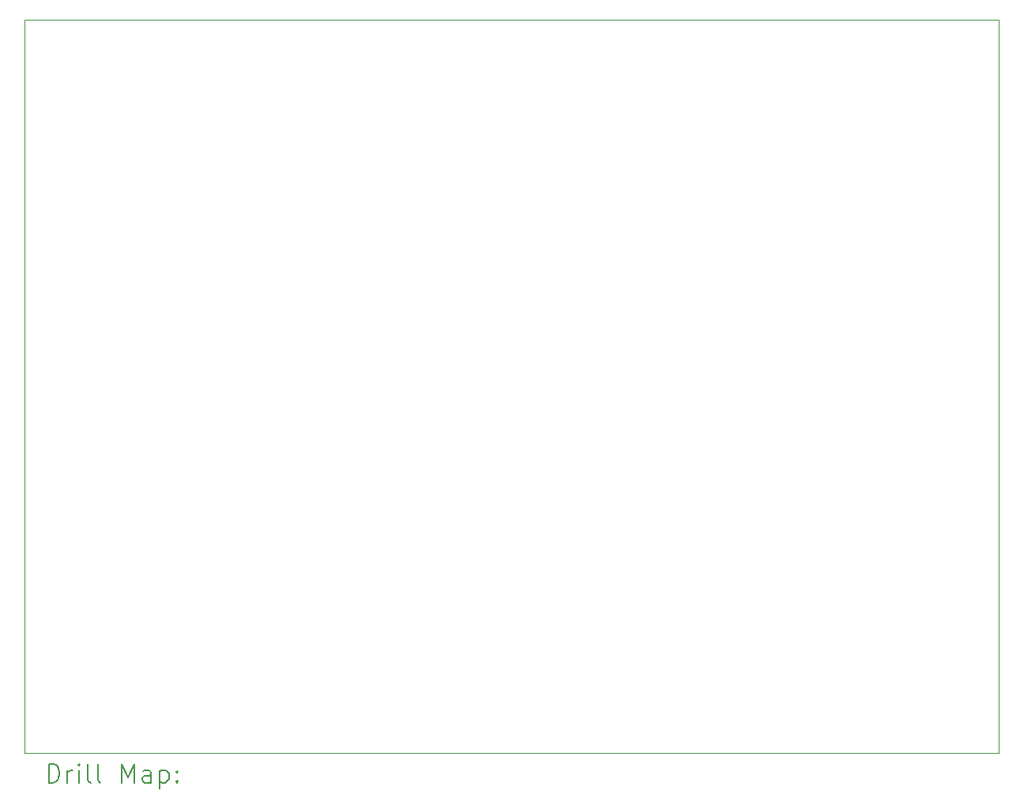
<source format=gbr>
%TF.GenerationSoftware,KiCad,Pcbnew,8.0.2*%
%TF.CreationDate,2024-09-17T18:28:23+03:00*%
%TF.ProjectId,ad4080_evb_experimenter,61643430-3830-45f6-9576-625f65787065,rev?*%
%TF.SameCoordinates,Original*%
%TF.FileFunction,Drillmap*%
%TF.FilePolarity,Positive*%
%FSLAX45Y45*%
G04 Gerber Fmt 4.5, Leading zero omitted, Abs format (unit mm)*
G04 Created by KiCad (PCBNEW 8.0.2) date 2024-09-17 18:28:23*
%MOMM*%
%LPD*%
G01*
G04 APERTURE LIST*
%ADD10C,0.100000*%
%ADD11C,0.200000*%
G04 APERTURE END LIST*
D10*
X2921000Y-4452100D02*
X13360400Y-4452100D01*
X13360400Y-12319000D01*
X2921000Y-12319000D01*
X2921000Y-4452100D01*
D11*
X3176777Y-12635484D02*
X3176777Y-12435484D01*
X3176777Y-12435484D02*
X3224396Y-12435484D01*
X3224396Y-12435484D02*
X3252967Y-12445008D01*
X3252967Y-12445008D02*
X3272015Y-12464055D01*
X3272015Y-12464055D02*
X3281539Y-12483103D01*
X3281539Y-12483103D02*
X3291062Y-12521198D01*
X3291062Y-12521198D02*
X3291062Y-12549769D01*
X3291062Y-12549769D02*
X3281539Y-12587865D01*
X3281539Y-12587865D02*
X3272015Y-12606912D01*
X3272015Y-12606912D02*
X3252967Y-12625960D01*
X3252967Y-12625960D02*
X3224396Y-12635484D01*
X3224396Y-12635484D02*
X3176777Y-12635484D01*
X3376777Y-12635484D02*
X3376777Y-12502150D01*
X3376777Y-12540246D02*
X3386301Y-12521198D01*
X3386301Y-12521198D02*
X3395824Y-12511674D01*
X3395824Y-12511674D02*
X3414872Y-12502150D01*
X3414872Y-12502150D02*
X3433920Y-12502150D01*
X3500586Y-12635484D02*
X3500586Y-12502150D01*
X3500586Y-12435484D02*
X3491062Y-12445008D01*
X3491062Y-12445008D02*
X3500586Y-12454531D01*
X3500586Y-12454531D02*
X3510110Y-12445008D01*
X3510110Y-12445008D02*
X3500586Y-12435484D01*
X3500586Y-12435484D02*
X3500586Y-12454531D01*
X3624396Y-12635484D02*
X3605348Y-12625960D01*
X3605348Y-12625960D02*
X3595824Y-12606912D01*
X3595824Y-12606912D02*
X3595824Y-12435484D01*
X3729158Y-12635484D02*
X3710110Y-12625960D01*
X3710110Y-12625960D02*
X3700586Y-12606912D01*
X3700586Y-12606912D02*
X3700586Y-12435484D01*
X3957729Y-12635484D02*
X3957729Y-12435484D01*
X3957729Y-12435484D02*
X4024396Y-12578341D01*
X4024396Y-12578341D02*
X4091062Y-12435484D01*
X4091062Y-12435484D02*
X4091062Y-12635484D01*
X4272015Y-12635484D02*
X4272015Y-12530722D01*
X4272015Y-12530722D02*
X4262491Y-12511674D01*
X4262491Y-12511674D02*
X4243444Y-12502150D01*
X4243444Y-12502150D02*
X4205348Y-12502150D01*
X4205348Y-12502150D02*
X4186301Y-12511674D01*
X4272015Y-12625960D02*
X4252967Y-12635484D01*
X4252967Y-12635484D02*
X4205348Y-12635484D01*
X4205348Y-12635484D02*
X4186301Y-12625960D01*
X4186301Y-12625960D02*
X4176777Y-12606912D01*
X4176777Y-12606912D02*
X4176777Y-12587865D01*
X4176777Y-12587865D02*
X4186301Y-12568817D01*
X4186301Y-12568817D02*
X4205348Y-12559293D01*
X4205348Y-12559293D02*
X4252967Y-12559293D01*
X4252967Y-12559293D02*
X4272015Y-12549769D01*
X4367253Y-12502150D02*
X4367253Y-12702150D01*
X4367253Y-12511674D02*
X4386301Y-12502150D01*
X4386301Y-12502150D02*
X4424396Y-12502150D01*
X4424396Y-12502150D02*
X4443444Y-12511674D01*
X4443444Y-12511674D02*
X4452967Y-12521198D01*
X4452967Y-12521198D02*
X4462491Y-12540246D01*
X4462491Y-12540246D02*
X4462491Y-12597388D01*
X4462491Y-12597388D02*
X4452967Y-12616436D01*
X4452967Y-12616436D02*
X4443444Y-12625960D01*
X4443444Y-12625960D02*
X4424396Y-12635484D01*
X4424396Y-12635484D02*
X4386301Y-12635484D01*
X4386301Y-12635484D02*
X4367253Y-12625960D01*
X4548205Y-12616436D02*
X4557729Y-12625960D01*
X4557729Y-12625960D02*
X4548205Y-12635484D01*
X4548205Y-12635484D02*
X4538682Y-12625960D01*
X4538682Y-12625960D02*
X4548205Y-12616436D01*
X4548205Y-12616436D02*
X4548205Y-12635484D01*
X4548205Y-12511674D02*
X4557729Y-12521198D01*
X4557729Y-12521198D02*
X4548205Y-12530722D01*
X4548205Y-12530722D02*
X4538682Y-12521198D01*
X4538682Y-12521198D02*
X4548205Y-12511674D01*
X4548205Y-12511674D02*
X4548205Y-12530722D01*
M02*

</source>
